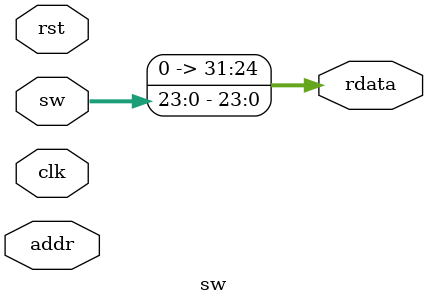
<source format=v>
`timescale 1ns / 1ps

module sw(
    input wire        rst,
    input wire        clk,
    input wire [31:0] addr,
    
    input wire [23:0] sw,
    
    output wire [31:0] rdata 
);

    assign rdata = { 8'd0 , sw };

endmodule

</source>
